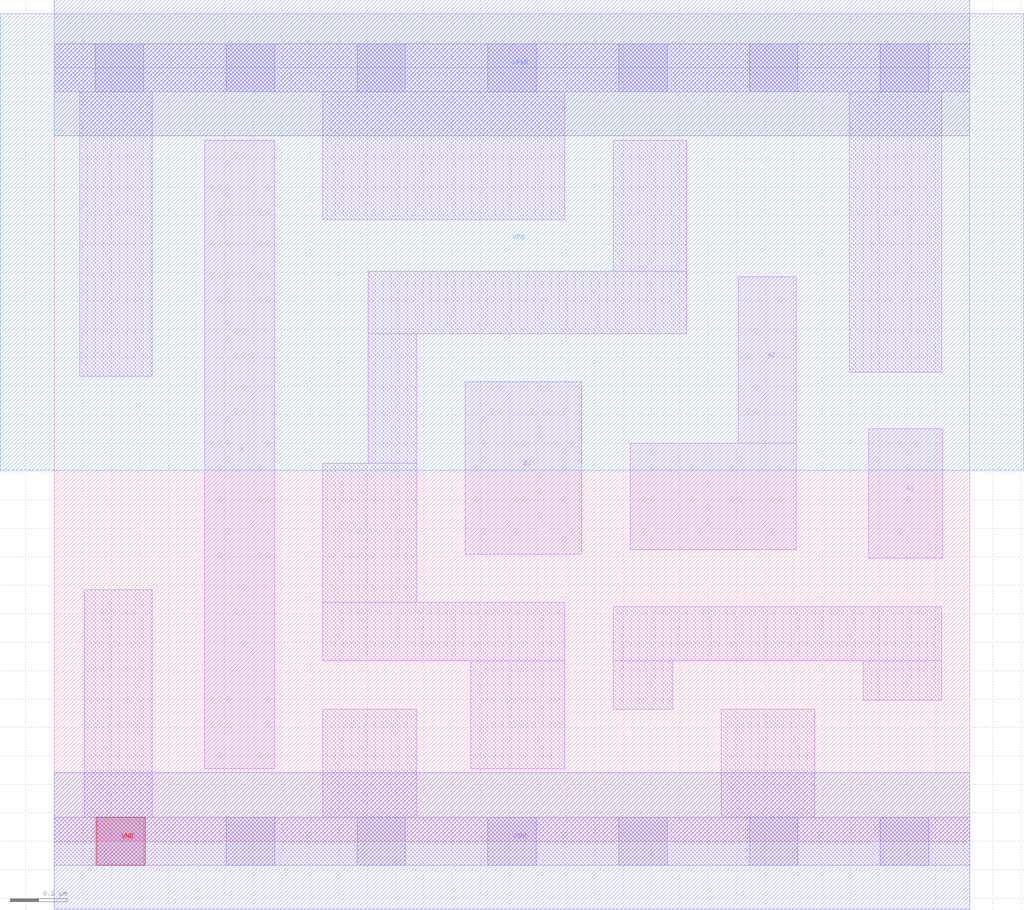
<source format=lef>
# Copyright 2020 The SkyWater PDK Authors
#
# Licensed under the Apache License, Version 2.0 (the "License");
# you may not use this file except in compliance with the License.
# You may obtain a copy of the License at
#
#     https://www.apache.org/licenses/LICENSE-2.0
#
# Unless required by applicable law or agreed to in writing, software
# distributed under the License is distributed on an "AS IS" BASIS,
# WITHOUT WARRANTIES OR CONDITIONS OF ANY KIND, either express or implied.
# See the License for the specific language governing permissions and
# limitations under the License.
#
# SPDX-License-Identifier: Apache-2.0

VERSION 5.7 ;
  NOWIREEXTENSIONATPIN ON ;
  DIVIDERCHAR "/" ;
  BUSBITCHARS "[]" ;
MACRO sky130_fd_sc_hd__o21a_2
  CLASS CORE ;
  FOREIGN sky130_fd_sc_hd__o21a_2 ;
  ORIGIN  0.000000  0.000000 ;
  SIZE  3.220000 BY  2.720000 ;
  SYMMETRY X Y R90 ;
  SITE unithd ;
  PIN A1
    ANTENNAGATEAREA  0.247500 ;
    DIRECTION INPUT ;
    USE SIGNAL ;
    PORT
      LAYER li1 ;
        RECT 2.865000 0.995000 3.125000 1.450000 ;
    END
  END A1
  PIN A2
    ANTENNAGATEAREA  0.247500 ;
    DIRECTION INPUT ;
    USE SIGNAL ;
    PORT
      LAYER li1 ;
        RECT 2.025000 1.025000 2.610000 1.400000 ;
        RECT 2.405000 1.400000 2.610000 1.985000 ;
    END
  END A2
  PIN B1
    ANTENNAGATEAREA  0.247500 ;
    DIRECTION INPUT ;
    USE SIGNAL ;
    PORT
      LAYER li1 ;
        RECT 1.445000 1.010000 1.855000 1.615000 ;
    END
  END B1
  PIN VNB
    PORT
      LAYER pwell ;
        RECT 0.150000 -0.085000 0.320000 0.085000 ;
    END
  END VNB
  PIN VPB
    PORT
      LAYER nwell ;
        RECT -0.190000 1.305000 3.410000 2.910000 ;
    END
  END VPB
  PIN X
    ANTENNADIFFAREA  0.453750 ;
    DIRECTION OUTPUT ;
    USE SIGNAL ;
    PORT
      LAYER li1 ;
        RECT 0.530000 0.255000 0.775000 2.465000 ;
    END
  END X
  PIN VGND
    DIRECTION INOUT ;
    SHAPE ABUTMENT ;
    USE GROUND ;
    PORT
      LAYER met1 ;
        RECT 0.000000 -0.240000 3.220000 0.240000 ;
    END
  END VGND
  PIN VPWR
    DIRECTION INOUT ;
    SHAPE ABUTMENT ;
    USE POWER ;
    PORT
      LAYER met1 ;
        RECT 0.000000 2.480000 3.220000 2.960000 ;
    END
  END VPWR
  OBS
    LAYER li1 ;
      RECT 0.000000 -0.085000 3.220000 0.085000 ;
      RECT 0.000000  2.635000 3.220000 2.805000 ;
      RECT 0.090000  1.635000 0.345000 2.635000 ;
      RECT 0.105000  0.085000 0.345000 0.885000 ;
      RECT 0.945000  0.085000 1.275000 0.465000 ;
      RECT 0.945000  0.635000 1.795000 0.840000 ;
      RECT 0.945000  0.840000 1.275000 1.330000 ;
      RECT 0.945000  2.185000 1.795000 2.635000 ;
      RECT 1.105000  1.330000 1.275000 1.785000 ;
      RECT 1.105000  1.785000 2.225000 2.005000 ;
      RECT 1.465000  0.255000 1.795000 0.635000 ;
      RECT 1.965000  0.465000 2.175000 0.635000 ;
      RECT 1.965000  0.635000 3.120000 0.825000 ;
      RECT 1.965000  2.005000 2.225000 2.465000 ;
      RECT 2.345000  0.085000 2.675000 0.465000 ;
      RECT 2.795000  1.650000 3.120000 2.635000 ;
      RECT 2.845000  0.495000 3.120000 0.635000 ;
    LAYER mcon ;
      RECT 0.145000 -0.085000 0.315000 0.085000 ;
      RECT 0.145000  2.635000 0.315000 2.805000 ;
      RECT 0.605000 -0.085000 0.775000 0.085000 ;
      RECT 0.605000  2.635000 0.775000 2.805000 ;
      RECT 1.065000 -0.085000 1.235000 0.085000 ;
      RECT 1.065000  2.635000 1.235000 2.805000 ;
      RECT 1.525000 -0.085000 1.695000 0.085000 ;
      RECT 1.525000  2.635000 1.695000 2.805000 ;
      RECT 1.985000 -0.085000 2.155000 0.085000 ;
      RECT 1.985000  2.635000 2.155000 2.805000 ;
      RECT 2.445000 -0.085000 2.615000 0.085000 ;
      RECT 2.445000  2.635000 2.615000 2.805000 ;
      RECT 2.905000 -0.085000 3.075000 0.085000 ;
      RECT 2.905000  2.635000 3.075000 2.805000 ;
  END
END sky130_fd_sc_hd__o21a_2
END LIBRARY

</source>
